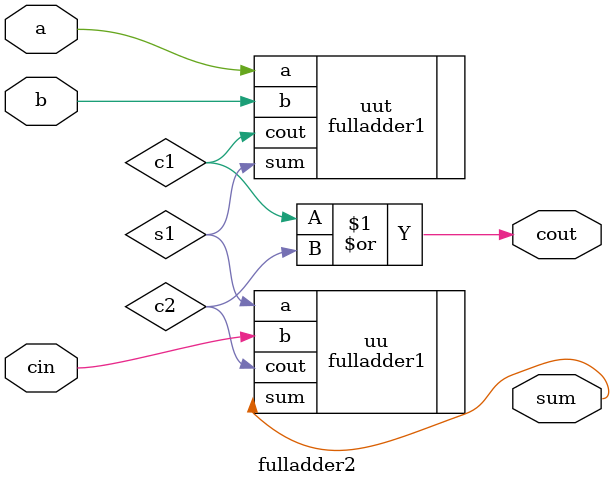
<source format=v>
`timescale 1ns / 1ps


module fulladder2(                                              // 1bit full adder
    input   a, b, cin,                                          // input Çü½ÄÀ¸·Î a, b, cin ¼±¾ð
    output  cout, sum                                           // output Çü½ÄÀ¸·Î cout, sum ¼±¾ð
    );
    wire s1, c1, c2;                                            // wire Çü½ÄÀ¸·Î s1, c1, c2 ¼±¾ð
    
    fulladder1  uut (.a(a), .b(b), .sum(s1), .cout(c1));        // half adder¸¦ uut·Î instanciation ÇÑ´Ù.
    fulladder1  uu (.a(s1), .b(cin), .sum(sum), .cout(c2));     // half adder¸¦ uu·Î instanciation ÇÑ´Ù.
    assign cout=c1|c2;                                          // assign Çü½ÄÀ¸·Î cout = c1 or c2 ¸¦ ¼±¾ðÇÑ´Ù.
endmodule

</source>
